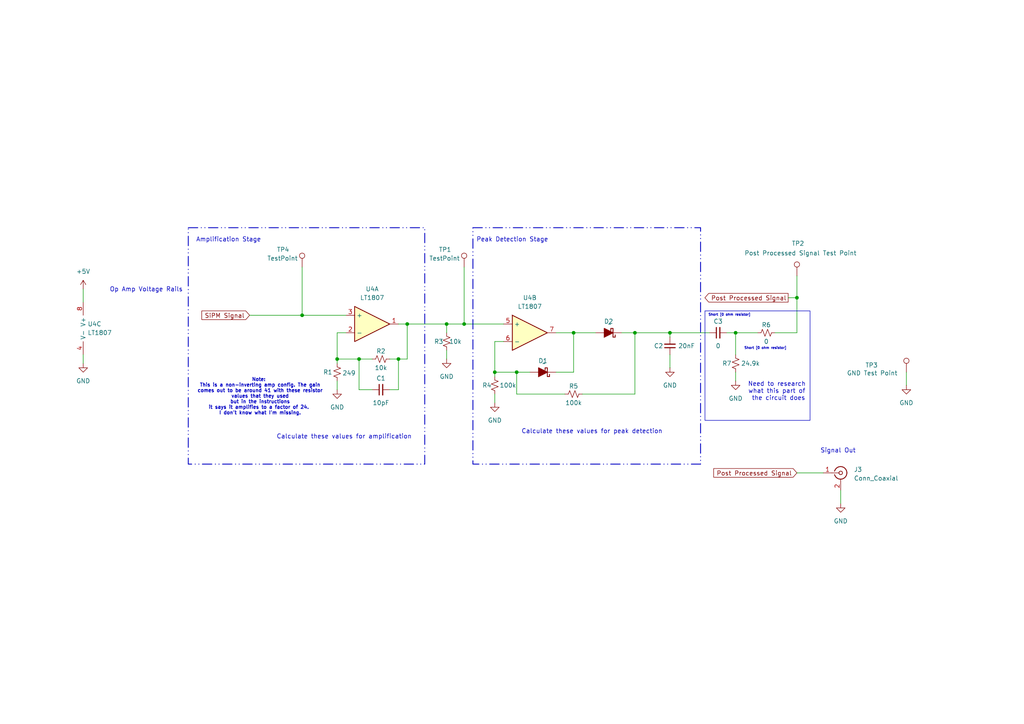
<source format=kicad_sch>
(kicad_sch (version 20250114) (generator "eeschema") (generator_version "9.0")
  (paper "A4")
  (lib_symbols
    (symbol "Connector:Conn_Coaxial" (pin_names (offset 1.016) (hide yes))
      (property "Reference" "J" (at 0.254 3.048 0))
      (property "Value" "Conn_Coaxial" (at 2.921 0 90))
      (symbol "Conn_Coaxial_0_1"
        (polyline (pts (xy -2.54 0) (xy -0.508 0)))
        (arc (start 1.778 0) (mid 0.222 -1.8079) (end -1.778 -0.508) (stroke (width 0.254)))
        (arc (start -1.778 0.508) (mid 0.2221 1.8084) (end 1.778 0) (stroke (width 0.254)))
        (circle (center 0 0) (radius 0.508) (stroke (width 0.2032)))
        (polyline (pts (xy 0 -2.54) (xy 0 -1.778)))
      )
      (symbol "Conn_Coaxial_1_1"
        (pin passive line (at -5.08 0 0) (length 2.54) (name "In") (number "1"))
        (pin passive line (at 0 -5.08 90) (length 2.54) (name "Ext") (number "2"))
      )
    )
    (symbol "Connector:TestPoint" (pin_numbers (hide yes)) (pin_names (offset 0.762) (hide yes))
      (property "Reference" "TP" (at 0 6.858 0))
      (property "Value" "TestPoint" (at 0 5.08 0))
      (symbol "TestPoint_0_1"
        (circle (center 0 3.302) (radius 0.762))
      )
      (symbol "TestPoint_1_1"
        (pin passive line (at 0 0 90) (length 2.54) (name "1") (number "1"))
      )
    )
    (symbol "Device:C_Small" (pin_numbers (hide yes)) (pin_names (offset 0.254) (hide yes))
      (property "Reference" "C" (at 0.254 1.778 0))
      (property "Value" "C_Small" (at 0.254 -2.032 0))
      (symbol "C_Small_0_1"
        (polyline (pts (xy -1.524 0.508) (xy 1.524 0.508)) (stroke (width 0.3048)))
        (polyline (pts (xy -1.524 -0.508) (xy 1.524 -0.508)) (stroke (width 0.3302)))
      )
      (symbol "C_Small_1_1"
        (pin passive line (at 0 2.54 270) (length 2.032) (name "~") (number "1"))
        (pin passive line (at 0 -2.54 90) (length 2.032) (name "~") (number "2"))
      )
    )
    (symbol "Device:D_Schottky_Filled" (pin_numbers (hide yes)) (pin_names (offset 1.016) (hide yes))
      (property "Reference" "D" (at 0 2.54 0))
      (property "Value" "D_Schottky_Filled" (at 0 -2.54 0))
      (symbol "D_Schottky_Filled_0_1"
        (polyline (pts (xy -1.905 0.635) (xy -1.905 1.27) (xy -1.27 1.27) (xy -1.27 -1.27) (xy -0.635 -1.27) (xy -0.635 -0.635)) (stroke (width 0.254)))
        (polyline (pts (xy 1.27 1.27) (xy 1.27 -1.27) (xy -1.27 0) (xy 1.27 1.27)) (stroke (width 0.254)) (fill (type outline)))
        (polyline (pts (xy 1.27 0) (xy -1.27 0)))
      )
      (symbol "D_Schottky_Filled_1_1"
        (pin passive line (at -3.81 0 0) (length 2.54) (name "K") (number "1"))
        (pin passive line (at 3.81 0 180) (length 2.54) (name "A") (number "2"))
      )
    )
    (symbol "Device:Opamp_Dual"
      (property "Reference" "U" (at 0 5.08 0))
      (property "Value" "Opamp_Dual" (at 0 -5.08 0))
      (symbol "Opamp_Dual_1_1"
        (polyline (pts (xy -5.08 5.08) (xy 5.08 0) (xy -5.08 -5.08) (xy -5.08 5.08)) (stroke (width 0.254)) (fill (type background)))
        (pin input line (at -7.62 2.54 0) (length 2.54) (name "+") (number "3"))
        (pin input line (at -7.62 -2.54 0) (length 2.54) (name "-") (number "2"))
        (pin output line (at 7.62 0 180) (length 2.54) (name "~") (number "1"))
      )
      (symbol "Opamp_Dual_2_1"
        (polyline (pts (xy -5.08 5.08) (xy 5.08 0) (xy -5.08 -5.08) (xy -5.08 5.08)) (stroke (width 0.254)) (fill (type background)))
        (pin input line (at -7.62 2.54 0) (length 2.54) (name "+") (number "5"))
        (pin input line (at -7.62 -2.54 0) (length 2.54) (name "-") (number "6"))
        (pin output line (at 7.62 0 180) (length 2.54) (name "~") (number "7"))
      )
      (symbol "Opamp_Dual_3_1"
        (pin power_in line (at -2.54 7.62 270) (length 3.81) (name "V+") (number "8"))
        (pin power_in line (at -2.54 -7.62 90) (length 3.81) (name "V-") (number "4"))
      )
    )
    (symbol "Device:R_Small_US" (pin_numbers (hide yes)) (pin_names (offset 0.254) (hide yes))
      (property "Reference" "R" (at 0.762 0.508 0))
      (property "Value" "R_Small_US" (at 0.762 -1.016 0))
      (symbol "R_Small_US_1_1"
        (polyline (pts (xy 0 1.524) (xy 1.016 1.143) (xy 0 0.762) (xy -1.016 0.381) (xy 0 0)))
        (polyline (pts (xy 0 0) (xy 1.016 -0.381) (xy 0 -0.762) (xy -1.016 -1.143) (xy 0 -1.524)))
        (pin passive line (at 0 2.54 270) (length 1.016) (name "~") (number "1"))
        (pin passive line (at 0 -2.54 90) (length 1.016) (name "~") (number "2"))
      )
    )
    (symbol "power:+5V" (power) (pin_numbers (hide yes)) (pin_names (offset 0) (hide yes))
      (property "Value" "+5V" (at 0 3.556 0))
      (symbol "+5V_0_1"
        (polyline (pts (xy -0.762 1.27) (xy 0 2.54)))
        (polyline (pts (xy 0 2.54) (xy 0.762 1.27)))
        (polyline (pts (xy 0 0) (xy 0 2.54)))
      )
      (symbol "+5V_1_1"
        (pin power_in line (at 0 0 90) (length 0) (name "~") (number "1"))
      )
    )
    (symbol "power:GND" (power) (pin_numbers (hide yes)) (pin_names (offset 0) (hide yes))
      (property "Value" "GND" (at 0 -3.81 0))
      (symbol "GND_0_1"
        (polyline (pts (xy 0 0) (xy 0 -1.27) (xy 1.27 -1.27) (xy 0 -2.54) (xy -1.27 -1.27) (xy 0 -1.27)))
      )
      (symbol "GND_1_1"
        (pin power_in line (at 0 0 270) (length 0) (name "~") (number "1"))
      )
    )
  )
  (rectangle (start 54.61 66.04) (end 123.19 134.62) (stroke (width 0.25) (type dash_dot_dot)))
  (rectangle (start 204.47 90.17) (end 234.95 121.92))
  (rectangle (start 137.16 66.04) (end 203.2 134.62) (stroke (width 0.25) (type dash_dot_dot)))
  (text "Calculate these values for amplification" (at 99.822 126.746 0) (effects (font (size 1.27 1.27))))
  (text "Need to research \nwhat this part of \nthe circuit does" (at 225.806 113.538 0) (effects (font (size 1.27 1.27))))
  (text "Calculate these values for peak detection" (at 171.704 125.222 0) (effects (font (size 1.27 1.27))))
  (text "Op Amp Voltage Rails" (at 42.418 84.074 0) (effects (font (size 1.27 1.27))))
  (text "Note: \nThis is a non-inverting amp config. The gain\ncomes out to be around 41 with these resistor\nvalues that they used\nbut in the instructions\nit says it amplifies to a factor of 24. \nI don't know what I'm missing." (at 75.438 115.062 0) (effects (font (size 1 1) (thickness 0.2) (bold yes))))
  (text "Amplification Stage\n" (at 66.294 69.596 0) (effects (font (size 1.27 1.27))))
  (text "Signal Out" (at 243.078 130.81 0) (effects (font (size 1.27 1.27))))
  (text "Short [0 ohm resistor]" (at 221.996 101.092 0) (effects (font (size 0.7 0.7))))
  (text "Short [0 ohm resistor]" (at 211.582 91.44 0) (effects (font (size 0.7 0.7))))
  (text "Peak Detection Stage\n" (at 148.59 69.596 0) (effects (font (size 1.27 1.27))))
  (junction (at 184.15 96.52))
  (junction (at 129.54 93.98))
  (junction (at 194.31 96.52))
  (junction (at 166.37 96.52))
  (junction (at 213.36 96.52))
  (junction (at 149.86 107.95))
  (junction (at 118.11 93.98))
  (junction (at 104.14 104.14))
  (junction (at 97.79 104.14))
  (junction (at 143.51 107.95))
  (junction (at 115.57 104.14))
  (junction (at 231.14 86.36))
  (junction (at 87.63 91.44))
  (junction (at 134.62 93.98))
  (wire (pts (xy 104.14 104.14) (xy 104.14 113.03)))
  (wire (pts (xy 97.79 104.14) (xy 104.14 104.14)))
  (wire (pts (xy 129.54 93.98) (xy 129.54 96.52)))
  (wire (pts (xy 113.03 104.14) (xy 115.57 104.14)))
  (wire (pts (xy 194.31 96.52) (xy 194.31 97.79)))
  (wire (pts (xy 224.79 96.52) (xy 231.14 96.52)))
  (wire (pts (xy 168.91 114.3) (xy 184.15 114.3)))
  (wire (pts (xy 262.89 107.95) (xy 262.89 111.76)))
  (wire (pts (xy 228.6 86.36) (xy 231.14 86.36)))
  (wire (pts (xy 24.13 83.82) (xy 24.13 87.63)))
  (wire (pts (xy 231.14 137.16) (xy 238.76 137.16)))
  (wire (pts (xy 104.14 113.03) (xy 107.95 113.03)))
  (wire (pts (xy 104.14 104.14) (xy 107.95 104.14)))
  (wire (pts (xy 129.54 93.98) (xy 134.62 93.98)))
  (wire (pts (xy 97.79 110.49) (xy 97.79 113.03)))
  (wire (pts (xy 113.03 113.03) (xy 115.57 113.03)))
  (wire (pts (xy 213.36 107.95) (xy 213.36 110.49)))
  (wire (pts (xy 231.14 86.36) (xy 231.14 96.52)))
  (wire (pts (xy 72.39 91.44) (xy 87.63 91.44)))
  (wire (pts (xy 166.37 107.95) (xy 166.37 96.52)))
  (wire (pts (xy 163.83 114.3) (xy 149.86 114.3)))
  (wire (pts (xy 143.51 107.95) (xy 143.51 109.22)))
  (wire (pts (xy 243.84 142.24) (xy 243.84 146.05)))
  (wire (pts (xy 100.33 96.52) (xy 97.79 96.52)))
  (wire (pts (xy 87.63 77.47) (xy 87.63 91.44)))
  (wire (pts (xy 143.51 99.06) (xy 143.51 107.95)))
  (wire (pts (xy 134.62 93.98) (xy 146.05 93.98)))
  (wire (pts (xy 161.29 96.52) (xy 166.37 96.52)))
  (wire (pts (xy 115.57 93.98) (xy 118.11 93.98)))
  (wire (pts (xy 87.63 91.44) (xy 100.33 91.44)))
  (wire (pts (xy 134.62 77.47) (xy 134.62 93.98)))
  (wire (pts (xy 166.37 96.52) (xy 172.72 96.52)))
  (wire (pts (xy 149.86 114.3) (xy 149.86 107.95)))
  (wire (pts (xy 143.51 107.95) (xy 149.86 107.95)))
  (wire (pts (xy 115.57 104.14) (xy 118.11 104.14)))
  (wire (pts (xy 161.29 107.95) (xy 166.37 107.95)))
  (wire (pts (xy 194.31 102.87) (xy 194.31 106.68)))
  (wire (pts (xy 184.15 96.52) (xy 184.15 114.3)))
  (wire (pts (xy 97.79 104.14) (xy 97.79 105.41)))
  (wire (pts (xy 97.79 96.52) (xy 97.79 104.14)))
  (wire (pts (xy 115.57 113.03) (xy 115.57 104.14)))
  (wire (pts (xy 180.34 96.52) (xy 184.15 96.52)))
  (wire (pts (xy 231.14 80.01) (xy 231.14 86.36)))
  (wire (pts (xy 194.31 96.52) (xy 205.74 96.52)))
  (wire (pts (xy 24.13 102.87) (xy 24.13 105.41)))
  (wire (pts (xy 146.05 99.06) (xy 143.51 99.06)))
  (wire (pts (xy 210.82 96.52) (xy 213.36 96.52)))
  (wire (pts (xy 143.51 114.3) (xy 143.51 116.84)))
  (wire (pts (xy 213.36 96.52) (xy 219.71 96.52)))
  (wire (pts (xy 184.15 96.52) (xy 194.31 96.52)))
  (wire (pts (xy 129.54 101.6) (xy 129.54 104.14)))
  (wire (pts (xy 213.36 96.52) (xy 213.36 102.87)))
  (wire (pts (xy 118.11 104.14) (xy 118.11 93.98)))
  (wire (pts (xy 118.11 93.98) (xy 129.54 93.98)))
  (wire (pts (xy 149.86 107.95) (xy 153.67 107.95)))
  (global_label "SiPM Signal" (shape input) (at 72.39 91.44 180) (property "Intersheetrefs" "${INTERSHEET_REFS}" (effects (hide yes))))
  (global_label "Post Processed Signal" (shape output) (at 228.6 86.36 180) (property "Intersheetrefs" "${INTERSHEET_REFS}" (effects (hide yes))))
  (global_label "Post Processed Signal" (shape input) (at 231.14 137.16 180) (property "Intersheetrefs" "${INTERSHEET_REFS}" (effects (hide yes))))
  (symbol (lib_id "Device:C_Small") (at 110.49 113.03 90) (unit 1)
    (property "Reference" "C1" (at 110.49 109.728 90))
    (property "Value" "10pF" (at 110.49 116.84 90))
    (property "Description" "Unpolarized capacitor, small symbol" (effects (hide yes)))
  )
  (symbol (lib_id "Connector:TestPoint") (at 231.14 80.01 0) (unit 1)
    (property "Reference" "TP2" (at 229.616 70.612 0) (effects (justify left)))
    (property "Value" "Post Processed Signal Test Point" (at 215.9 73.406 0) (effects (justify left)))
    (property "Description" "test point" (effects (hide yes)))
  )
  (symbol (lib_id "Device:C_Small") (at 208.28 96.52 90) (unit 1)
    (property "Reference" "C3" (at 208.28 93.218 90))
    (property "Value" "0" (at 208.28 100.33 90))
    (property "Description" "Unpolarized capacitor, small symbol" (effects (hide yes)))
  )
  (symbol (lib_id "Device:R_Small_US") (at 110.49 104.14 90) (unit 1)
    (property "Reference" "R2" (at 110.49 101.854 90))
    (property "Value" "10k" (at 110.49 106.68 90))
    (property "Description" "Resistor, small US symbol" (effects (hide yes)))
  )
  (symbol (lib_id "Device:Opamp_Dual") (at 107.95 93.98 0) (unit 1)
    (property "Reference" "U4" (at 107.95 83.82 0))
    (property "Value" "LT1807" (at 107.95 86.36 0))
    (property "Description" "Dual operational amplifier" (effects (hide yes)))
    (property "Sim.Library" "${KICAD7_SYMBOL_DIR}/Simulation_SPICE.sp" (effects (hide yes)))
    (property "Sim.Name" "kicad_builtin_opamp_dual" (effects (hide yes)))
    (property "Sim.Device" "SUBCKT" (effects (hide yes)))
    (property "Sim.Pins" "1=out1 2=in1- 3=in1+ 4=vee 5=in2+ 6=in2- 7=out2 8=vcc" (effects (hide yes)))
  )
  (symbol (lib_id "power:GND") (at 143.51 116.84 0) (unit 1)
    (property "Reference" "#PWR08" (effects (hide yes)))
    (property "Value" "GND" (at 143.51 121.92 0))
    (property "Description" "Power symbol creates a global label with name \"GND\" , ground" (effects (hide yes)))
  )
  (symbol (lib_id "power:GND") (at 194.31 106.68 0) (unit 1)
    (property "Reference" "#PWR09" (effects (hide yes)))
    (property "Value" "GND" (at 194.31 111.76 0))
    (property "Description" "Power symbol creates a global label with name \"GND\" , ground" (effects (hide yes)))
  )
  (symbol (lib_id "Device:R_Small_US") (at 213.36 105.41 180) (unit 1)
    (property "Reference" "R7" (at 210.82 105.41 0))
    (property "Value" "24.9k" (at 217.678 105.41 0))
    (property "Description" "Resistor, small US symbol" (effects (hide yes)))
  )
  (symbol (lib_id "Connector:TestPoint") (at 87.63 77.47 0) (unit 1)
    (property "Reference" "TP4" (at 80.264 72.39 0) (effects (justify left)))
    (property "Value" "TestPoint" (at 77.47 74.93 0) (effects (justify left)))
    (property "Description" "test point" (effects (hide yes)))
  )
  (symbol (lib_id "Connector:Conn_Coaxial") (at 243.84 137.16 0) (unit 1)
    (property "Reference" "J3" (at 247.65 136.1831 0) (effects (justify left)))
    (property "Value" "Conn_Coaxial" (at 247.65 138.7231 0) (effects (justify left)))
    (property "Description" "coaxial connector (BNC, SMA, SMB, SMC, Cinch/RCA, LEMO, ...)" (effects (hide yes)))
  )
  (symbol (lib_id "power:GND") (at 262.89 111.76 0) (unit 1)
    (property "Reference" "#PWR024" (effects (hide yes)))
    (property "Value" "GND" (at 262.89 116.84 0))
    (property "Description" "Power symbol creates a global label with name \"GND\" , ground" (effects (hide yes)))
  )
  (symbol (lib_id "power:GND") (at 129.54 104.14 0) (unit 1)
    (property "Reference" "#PWR07" (effects (hide yes)))
    (property "Value" "GND" (at 129.54 109.22 0))
    (property "Description" "Power symbol creates a global label with name \"GND\" , ground" (effects (hide yes)))
  )
  (symbol (lib_id "power:GND") (at 243.84 146.05 0) (unit 1)
    (property "Reference" "#PWR03" (effects (hide yes)))
    (property "Value" "GND" (at 243.84 151.13 0))
    (property "Description" "Power symbol creates a global label with name \"GND\" , ground" (effects (hide yes)))
  )
  (symbol (lib_id "Device:R_Small_US") (at 166.37 114.3 90) (unit 1)
    (property "Reference" "R5" (at 166.37 112.014 90))
    (property "Value" "100k" (at 166.37 116.84 90))
    (property "Description" "Resistor, small US symbol" (effects (hide yes)))
  )
  (symbol (lib_id "Device:C_Small") (at 194.31 100.33 180) (unit 1)
    (property "Reference" "C2" (at 191.008 100.33 0))
    (property "Value" "20nF" (at 199.136 100.33 0))
    (property "Description" "Unpolarized capacitor, small symbol" (effects (hide yes)))
  )
  (symbol (lib_id "Device:R_Small_US") (at 143.51 111.76 180) (unit 1)
    (property "Reference" "R4" (at 141.224 111.76 0))
    (property "Value" "100k" (at 147.32 111.76 0))
    (property "Description" "Resistor, small US symbol" (effects (hide yes)))
  )
  (symbol (lib_id "Device:Opamp_Dual") (at 153.67 96.52 0) (unit 2)
    (property "Reference" "U4" (at 153.67 86.36 0))
    (property "Value" "LT1807" (at 153.67 88.9 0))
    (property "Description" "Dual operational amplifier" (effects (hide yes)))
    (property "Sim.Library" "${KICAD7_SYMBOL_DIR}/Simulation_SPICE.sp" (effects (hide yes)))
    (property "Sim.Name" "kicad_builtin_opamp_dual" (effects (hide yes)))
    (property "Sim.Device" "SUBCKT" (effects (hide yes)))
    (property "Sim.Pins" "1=out1 2=in1- 3=in1+ 4=vee 5=in2+ 6=in2- 7=out2 8=vcc" (effects (hide yes)))
  )
  (symbol (lib_id "power:+5V") (at 24.13 83.82 0) (unit 1)
    (property "Reference" "#PWR05" (effects (hide yes)))
    (property "Value" "+5V" (at 24.13 78.74 0))
    (property "Description" "Power symbol creates a global label with name \"+5V\"" (effects (hide yes)))
  )
  (symbol (lib_id "Connector:TestPoint") (at 134.62 77.47 0) (unit 1)
    (property "Reference" "TP1" (at 127.254 72.39 0) (effects (justify left)))
    (property "Value" "TestPoint" (at 124.46 74.93 0) (effects (justify left)))
    (property "Description" "test point" (effects (hide yes)))
  )
  (symbol (lib_id "power:GND") (at 24.13 105.41 0) (unit 1)
    (property "Reference" "#PWR04" (effects (hide yes)))
    (property "Value" "GND" (at 24.13 110.49 0))
    (property "Description" "Power symbol creates a global label with name \"GND\" , ground" (effects (hide yes)))
  )
  (symbol (lib_id "Device:R_Small_US") (at 97.79 107.95 0) (unit 1)
    (property "Reference" "R1" (at 93.726 107.95 0) (effects (justify left)))
    (property "Value" "249" (at 99.314 108.204 0) (effects (justify left)))
    (property "Description" "Resistor, small US symbol" (effects (hide yes)))
  )
  (symbol (lib_id "Device:R_Small_US") (at 129.54 99.06 180) (unit 1)
    (property "Reference" "R3" (at 127.254 99.06 0))
    (property "Value" "10k" (at 132.08 99.06 0))
    (property "Description" "Resistor, small US symbol" (effects (hide yes)))
  )
  (symbol (lib_id "Connector:TestPoint") (at 262.89 107.95 0) (unit 1)
    (property "Reference" "TP3" (at 250.952 105.918 0) (effects (justify left)))
    (property "Value" "GND Test Point" (at 245.618 108.204 0) (effects (justify left)))
    (property "Description" "test point" (effects (hide yes)))
  )
  (symbol (lib_id "Device:R_Small_US") (at 222.25 96.52 90) (unit 1)
    (property "Reference" "R6" (at 222.25 94.234 90))
    (property "Value" "0" (at 222.25 99.06 90))
    (property "Description" "Resistor, small US symbol" (effects (hide yes)))
  )
  (symbol (lib_id "Device:D_Schottky_Filled") (at 157.48 107.95 180) (unit 1)
    (property "Reference" "D1" (at 157.48 104.648 0))
    (property "Value" "~" (at 157.7975 105.41 0))
    (property "Description" "Schottky diode, filled shape" (effects (hide yes)))
  )
  (symbol (lib_id "Device:D_Schottky_Filled") (at 176.53 96.52 180) (unit 1)
    (property "Reference" "D2" (at 176.53 93.218 0))
    (property "Value" "~" (at 176.8475 93.98 0))
    (property "Description" "Schottky diode, filled shape" (effects (hide yes)))
  )
  (symbol (lib_id "Device:Opamp_Dual") (at 26.67 95.25 0) (unit 3)
    (property "Reference" "U4" (at 25.4 93.9799 0) (effects (justify left)))
    (property "Value" "LT1807" (at 25.4 96.5199 0) (effects (justify left)))
    (property "Description" "Dual operational amplifier" (effects (hide yes)))
    (property "Sim.Library" "${KICAD7_SYMBOL_DIR}/Simulation_SPICE.sp" (effects (hide yes)))
    (property "Sim.Name" "kicad_builtin_opamp_dual" (effects (hide yes)))
    (property "Sim.Device" "SUBCKT" (effects (hide yes)))
    (property "Sim.Pins" "1=out1 2=in1- 3=in1+ 4=vee 5=in2+ 6=in2- 7=out2 8=vcc" (effects (hide yes)))
  )
  (symbol (lib_id "power:GND") (at 97.79 113.03 0) (unit 1)
    (property "Reference" "#PWR06" (effects (hide yes)))
    (property "Value" "GND" (at 97.79 118.11 0))
    (property "Description" "Power symbol creates a global label with name \"GND\" , ground" (effects (hide yes)))
  )
  (symbol (lib_id "power:GND") (at 213.36 110.49 0) (unit 1)
    (property "Reference" "#PWR010" (effects (hide yes)))
    (property "Value" "GND" (at 213.36 115.57 0))
    (property "Description" "Power symbol creates a global label with name \"GND\" , ground" (effects (hide yes)))
  )
)
</source>
